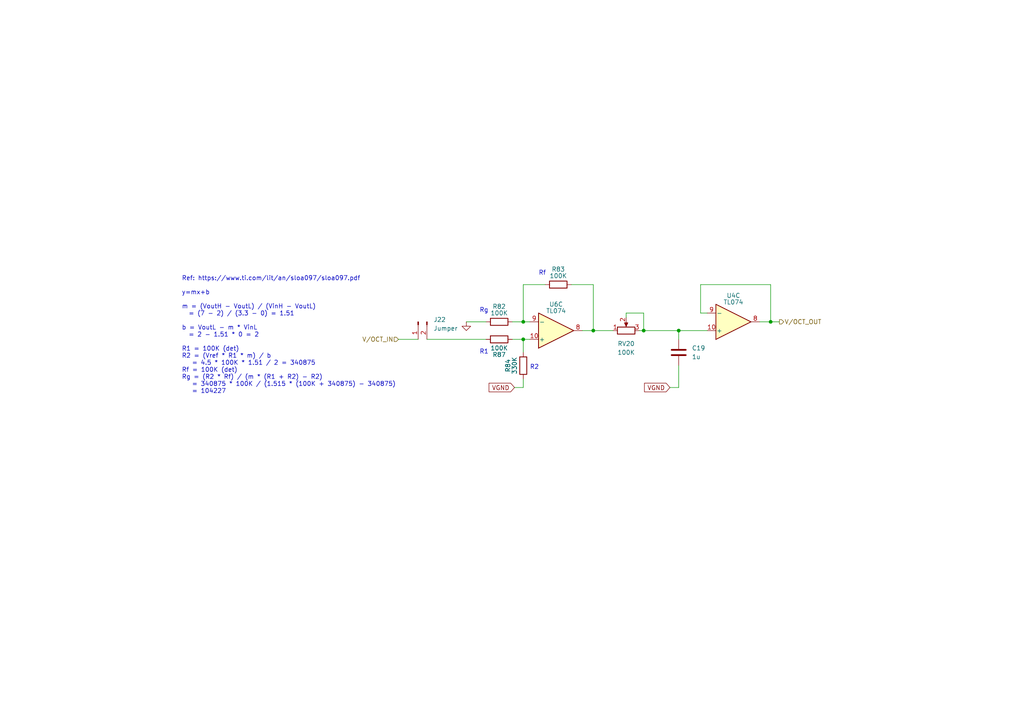
<source format=kicad_sch>
(kicad_sch (version 20211123) (generator eeschema)
  (paper "A4")
  (title_block (title "LivSynth - Slew") (date "2022-07-18") (rev "${Version}") (company "SloBlo Labs"))
  (lib_symbols
    (symbol "Amplifier_Operational:TL074" (pin_names (offset 0.127))
      (property "Reference" "U" (at 0 5.08 0))
      (property "Value" "TL074" (at 0 -5.08 0))
      (symbol "TL074_1_1"
        (polyline (pts (xy -5.08 5.08) (xy 5.08 0) (xy -5.08 -5.08) (xy -5.08 5.08)) (stroke (width 0.254)) (fill (type background)))
        (pin output line (at 7.62 0 180) (length 2.54) (name "~") (number "1"))
        (pin input line (at -7.62 -2.54 0) (length 2.54) (name "-") (number "2"))
        (pin input line (at -7.62 2.54 0) (length 2.54) (name "+") (number "3"))
      )
      (symbol "TL074_2_1"
        (polyline (pts (xy -5.08 5.08) (xy 5.08 0) (xy -5.08 -5.08) (xy -5.08 5.08)) (stroke (width 0.254)) (fill (type background)))
        (pin input line (at -7.62 2.54 0) (length 2.54) (name "+") (number "5"))
        (pin input line (at -7.62 -2.54 0) (length 2.54) (name "-") (number "6"))
        (pin output line (at 7.62 0 180) (length 2.54) (name "~") (number "7"))
      )
      (symbol "TL074_3_1"
        (polyline (pts (xy -5.08 5.08) (xy 5.08 0) (xy -5.08 -5.08) (xy -5.08 5.08)) (stroke (width 0.254)) (fill (type background)))
        (pin input line (at -7.62 2.54 0) (length 2.54) (name "+") (number "10"))
        (pin output line (at 7.62 0 180) (length 2.54) (name "~") (number "8"))
        (pin input line (at -7.62 -2.54 0) (length 2.54) (name "-") (number "9"))
      )
      (symbol "TL074_4_1"
        (polyline (pts (xy -5.08 5.08) (xy 5.08 0) (xy -5.08 -5.08) (xy -5.08 5.08)) (stroke (width 0.254)) (fill (type background)))
        (pin input line (at -7.62 2.54 0) (length 2.54) (name "+") (number "12"))
        (pin input line (at -7.62 -2.54 0) (length 2.54) (name "-") (number "13"))
        (pin output line (at 7.62 0 180) (length 2.54) (name "~") (number "14"))
      )
      (symbol "TL074_5_1"
        (pin power_in line (at -2.54 -7.62 90) (length 3.81) (name "V-") (number "11"))
        (pin power_in line (at -2.54 7.62 270) (length 3.81) (name "V+") (number "4"))
      )
    )
    (symbol "Connector:Conn_01x02_Male" (pin_names (offset 1.016) hide)
      (property "Reference" "J" (at 0 2.54 0))
      (property "Value" "Conn_01x02_Male" (at 0 -5.08 0))
      (symbol "Conn_01x02_Male_1_1"
        (polyline (pts (xy 1.27 -2.54) (xy 0.8636 -2.54)) (stroke (width 0.1524)))
        (polyline (pts (xy 1.27 0) (xy 0.8636 0)) (stroke (width 0.1524)))
        (rectangle (start 0.8636 -2.413) (end 0 -2.667) (stroke (width 0.1524)) (fill (type outline)))
        (rectangle (start 0.8636 0.127) (end 0 -0.127) (stroke (width 0.1524)) (fill (type outline)))
        (pin passive line (at 5.08 0 180) (length 3.81) (name "Pin_1") (number "1"))
        (pin passive line (at 5.08 -2.54 180) (length 3.81) (name "Pin_2") (number "2"))
      )
    )
    (symbol "Device:C" (pin_numbers hide) (pin_names (offset 0.254))
      (property "Reference" "C" (at 0.635 2.54 0))
      (property "Value" "C" (at 0.635 -2.54 0))
      (symbol "C_0_1"
        (polyline (pts (xy -2.032 -0.762) (xy 2.032 -0.762)) (stroke (width 0.508)))
        (polyline (pts (xy -2.032 0.762) (xy 2.032 0.762)) (stroke (width 0.508)))
      )
      (symbol "C_1_1"
        (pin passive line (at 0 3.81 270) (length 2.794) (name "~") (number "1"))
        (pin passive line (at 0 -3.81 90) (length 2.794) (name "~") (number "2"))
      )
    )
    (symbol "Device:R" (pin_numbers hide) (pin_names (offset 0))
      (property "Reference" "R" (at 2.032 0 90))
      (property "Value" "R" (at 0 0 90))
      (symbol "R_0_1"
        (rectangle (start -1.016 -2.54) (end 1.016 2.54) (stroke (width 0.254)))
      )
      (symbol "R_1_1"
        (pin passive line (at 0 3.81 270) (length 1.27) (name "~") (number "1"))
        (pin passive line (at 0 -3.81 90) (length 1.27) (name "~") (number "2"))
      )
    )
    (symbol "Device:R_Potentiometer" (pin_names (offset 1.016) hide)
      (property "Reference" "RV" (at -4.445 0 90))
      (property "Value" "R_Potentiometer" (at -2.54 0 90))
      (symbol "R_Potentiometer_0_1"
        (polyline (pts (xy 2.54 0) (xy 1.524 0)))
        (polyline (pts (xy 1.143 0) (xy 2.286 0.508) (xy 2.286 -0.508) (xy 1.143 0)) (fill (type outline)))
        (rectangle (start 1.016 2.54) (end -1.016 -2.54) (stroke (width 0.254)))
      )
      (symbol "R_Potentiometer_1_1"
        (pin passive line (at 0 3.81 270) (length 1.27) (name "1") (number "1"))
        (pin passive line (at 3.81 0 180) (length 1.27) (name "2") (number "2"))
        (pin passive line (at 0 -3.81 90) (length 1.27) (name "3") (number "3"))
      )
    )
    (symbol "power:GND" (power) (pin_names (offset 0))
      (property "Value" "GND" (at 0 -3.81 0))
      (symbol "GND_0_1"
        (polyline (pts (xy 0 0) (xy 0 -1.27) (xy 1.27 -1.27) (xy 0 -2.54) (xy -1.27 -1.27) (xy 0 -1.27)))
      )
      (symbol "GND_1_1"
        (pin power_in line (at 0 0 270) (length 0) hide (name "GND") (number "1"))
      )
    )
  )
  (junction (at 223.52 93.345))
  (junction (at 196.85 95.885))
  (junction (at 151.765 93.345))
  (junction (at 186.69 95.885))
  (junction (at 172.085 95.885))
  (junction (at 151.765 98.425))
  (wire (pts (xy 185.42 95.885) (xy 186.69 95.885)))
  (wire (pts (xy 165.735 82.55) (xy 172.085 82.55)))
  (wire (pts (xy 223.52 93.345) (xy 220.345 93.345)))
  (wire (pts (xy 151.765 98.425) (xy 151.765 102.235)))
  (wire (pts (xy 151.765 98.425) (xy 153.67 98.425)))
  (wire (pts (xy 203.2 82.55) (xy 223.52 82.55)))
  (wire (pts (xy 172.085 82.55) (xy 172.085 95.885)))
  (wire (pts (xy 123.825 98.425) (xy 140.97 98.425)))
  (wire (pts (xy 172.085 95.885) (xy 177.8 95.885)))
  (wire (pts (xy 196.85 95.885) (xy 205.105 95.885)))
  (wire (pts (xy 115.57 98.425) (xy 121.285 98.425)))
  (wire (pts (xy 196.85 95.885) (xy 196.85 98.425)))
  (wire (pts (xy 149.225 112.395) (xy 151.765 112.395)))
  (wire (pts (xy 172.085 95.885) (xy 168.91 95.885)))
  (wire (pts (xy 135.255 93.345) (xy 140.97 93.345)))
  (wire (pts (xy 181.61 90.805) (xy 186.69 90.805)))
  (wire (pts (xy 205.105 90.805) (xy 203.2 90.805)))
  (wire (pts (xy 196.85 106.045) (xy 196.85 112.395)))
  (wire (pts (xy 223.52 82.55) (xy 223.52 93.345)))
  (wire (pts (xy 186.69 95.885) (xy 196.85 95.885)))
  (wire (pts (xy 148.59 98.425) (xy 151.765 98.425)))
  (wire (pts (xy 203.2 90.805) (xy 203.2 82.55)))
  (wire (pts (xy 148.59 93.345) (xy 151.765 93.345)))
  (wire (pts (xy 151.765 82.55) (xy 151.765 93.345)))
  (wire (pts (xy 186.69 90.805) (xy 186.69 95.885)))
  (wire (pts (xy 223.52 93.345) (xy 226.06 93.345)))
  (wire (pts (xy 181.61 92.075) (xy 181.61 90.805)))
  (wire (pts (xy 158.115 82.55) (xy 151.765 82.55)))
  (wire (pts (xy 151.765 93.345) (xy 153.67 93.345)))
  (wire (pts (xy 151.765 112.395) (xy 151.765 109.855)))
  (wire (pts (xy 196.85 112.395) (xy 194.31 112.395)))
  (text "R2" (at 153.67 107.315 0) (effects (font (size 1.27 1.27)) (justify left bottom)))
  (text "Ref: https://www.ti.com/lit/an/sloa097/sloa097.pdf\n\ny=mx+b\n\nm = (VoutH - VoutL) / (VinH - VoutL)\n  = (7 - 2) / (3.3 - 0) = 1.51\n\nb = VoutL - m * VinL\n  = 2 - 1.51 * 0 = 2\n\nR1 = 100K (det)\nR2 = (Vref * R1 * m) / b\n   = 4.5 * 100K * 1.51 / 2 = 340875\nRf = 100K (det)\nRg = (R2 * Rf) / (m * (R1 + R2) - R2)\n   = 340875 * 100K / (1.515 * (100K + 340875) - 340875)\n   = 104227" (at 52.705 114.3 0) (effects (font (size 1.27 1.27)) (justify left bottom)))
  (text "Rf" (at 156.21 80.01 0) (effects (font (size 1.27 1.27)) (justify left bottom)))
  (text "R1" (at 139.065 102.87 0) (effects (font (size 1.27 1.27)) (justify left bottom)))
  (text "Rg" (at 139.065 90.805 0) (effects (font (size 1.27 1.27)) (justify left bottom)))
  (global_label "VGND" (shape input) (at 194.31 112.395 180) (property "Intersheet References" "${INTERSHEET_REFS}" (effects hide)))
  (global_label "VGND" (shape input) (at 149.225 112.395 180) (property "Intersheet References" "${INTERSHEET_REFS}" (effects hide)))
  (hierarchical_label "V{slash}OCT_IN" (shape input) (at 115.57 98.425 180))
  (hierarchical_label "V{slash}OCT_OUT" (shape output) (at 226.06 93.345 0))
  (symbol (lib_id "Device:C") (at 196.85 102.235 0) (unit 1)
    (property "Reference" "C19" (at 200.66 100.9649 0) (effects (justify left)))
    (property "Value" "1u" (at 200.66 103.5049 0) (effects (justify left)))
    (property "Footprint" "Capacitor_THT:C_Rect_L7.2mm_W5.5mm_P5.00mm_FKS2_FKP2_MKS2_MKP2" (effects hide))
  )
  (symbol (lib_id "Device:R") (at 144.78 98.425 90) (unit 1)
    (property "Reference" "R87" (at 144.78 102.87 90))
    (property "Value" "100K" (at 144.78 100.965 90))
    (property "Footprint" "Resistor_THT:R_Axial_DIN0207_L6.3mm_D2.5mm_P7.62mm_Horizontal" (effects hide))
  )
  (symbol (lib_id "Amplifier_Operational:TL074") (at 161.29 95.885 0) (mirror x) (unit 3)
    (property "Reference" "U6" (at 161.29 88.265 0))
    (property "Value" "TL074" (at 161.29 90.17 0))
    (property "Footprint" "Package_SO:SOIC-14_3.9x8.7mm_P1.27mm" (effects hide))
    (property "Datasheet" "http://www.ti.com/lit/ds/symlink/tl071.pdf" (effects hide))
    (property "LCSC" "C2057504" (effects hide))
  )
  (symbol (lib_id "Device:R_Potentiometer") (at 181.61 95.885 90) (unit 1)
    (property "Reference" "RV20" (at 181.61 99.695 90))
    (property "Value" "100K" (at 181.61 102.235 90))
    (property "Footprint" "SloBlo:Alpha_RD901F" (effects hide))
  )
  (symbol (lib_id "power:GND") (at 135.255 93.345 0) (unit 1)
    (property "Reference" "#PWR031" (effects hide))
    (property "Value" "GND" (effects hide))
  )
  (symbol (lib_id "Device:R") (at 161.925 82.55 90) (unit 1)
    (property "Reference" "R83" (at 161.925 78.105 90))
    (property "Value" "100K" (at 161.925 80.01 90))
    (property "Footprint" "Resistor_THT:R_Axial_DIN0207_L6.3mm_D2.5mm_P7.62mm_Horizontal" (effects hide))
  )
  (symbol (lib_id "Connector:Conn_01x02_Male") (at 121.285 93.345 90) (mirror x) (unit 1)
    (property "Reference" "J22" (at 125.73 92.7099 90) (effects (justify right)))
    (property "Value" "Jumper" (at 125.73 95.2499 90) (effects (justify right)))
    (property "Footprint" "Connector_PinHeader_2.54mm:PinHeader_1x02_P2.54mm_Vertical" (effects hide))
  )
  (symbol (lib_id "Amplifier_Operational:TL074") (at 212.725 93.345 0) (mirror x) (unit 3)
    (property "Reference" "U4" (at 212.725 85.725 0))
    (property "Value" "TL074" (at 212.725 87.63 0))
    (property "Footprint" "Package_SO:SOIC-14_3.9x8.7mm_P1.27mm" (effects hide))
    (property "Datasheet" "http://www.ti.com/lit/ds/symlink/tl071.pdf" (effects hide))
    (property "LCSC" "C2057504" (effects hide))
  )
  (symbol (lib_id "Device:R") (at 144.78 93.345 90) (unit 1)
    (property "Reference" "R82" (at 144.78 88.9 90))
    (property "Value" "100K" (at 144.78 90.805 90))
    (property "Footprint" "Resistor_THT:R_Axial_DIN0207_L6.3mm_D2.5mm_P7.62mm_Horizontal" (effects hide))
  )
  (symbol (lib_id "Device:R") (at 151.765 106.045 180) (unit 1)
    (property "Reference" "R84" (at 147.32 106.045 90))
    (property "Value" "330K" (at 149.225 106.045 90))
    (property "Footprint" "Resistor_THT:R_Axial_DIN0207_L6.3mm_D2.5mm_P7.62mm_Horizontal" (effects hide))
  )
)
</source>
